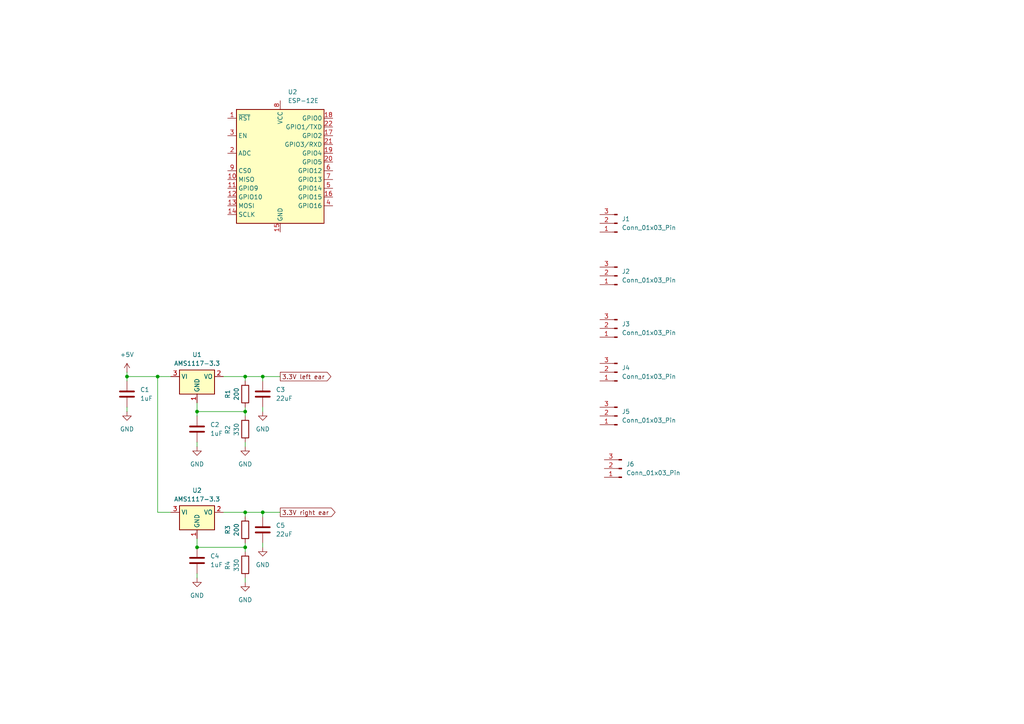
<source format=kicad_sch>
(kicad_sch (version 20231120) (generator "eeschema") (generator_version "8.0")
  (paper "A4")
  (lib_symbols
    (symbol "Connector:Conn_01x03_Pin" (pin_names (offset 1.016) hide)
      (property "Reference" "J" (at 0 5.08 0))
      (property "Value" "Conn_01x03_Pin" (at 0 -5.08 0))
      (symbol "Conn_01x03_Pin_1_1"
        (polyline (pts (xy 1.27 -2.54) (xy 0.8636 -2.54)) (stroke (width 0.1524)))
        (polyline (pts (xy 1.27 0) (xy 0.8636 0)) (stroke (width 0.1524)))
        (polyline (pts (xy 1.27 2.54) (xy 0.8636 2.54)) (stroke (width 0.1524)))
        (rectangle (start 0.8636 -2.413) (end 0 -2.667) (stroke (width 0.1524)) (fill (type outline)))
        (rectangle (start 0.8636 0.127) (end 0 -0.127) (stroke (width 0.1524)) (fill (type outline)))
        (rectangle (start 0.8636 2.667) (end 0 2.413) (stroke (width 0.1524)) (fill (type outline)))
        (pin passive line (at 5.08 2.54 180) (length 3.81) (name "Pin_1") (number "1"))
        (pin passive line (at 5.08 0 180) (length 3.81) (name "Pin_2") (number "2"))
        (pin passive line (at 5.08 -2.54 180) (length 3.81) (name "Pin_3") (number "3"))
      )
    )
    (symbol "Device:C" (pin_numbers hide) (pin_names (offset 0.254))
      (property "Reference" "C" (at 0.635 2.54 0))
      (property "Value" "C" (at 0.635 -2.54 0))
      (symbol "C_0_1"
        (polyline (pts (xy -2.032 -0.762) (xy 2.032 -0.762)) (stroke (width 0.508)))
        (polyline (pts (xy -2.032 0.762) (xy 2.032 0.762)) (stroke (width 0.508)))
      )
      (symbol "C_1_1"
        (pin passive line (at 0 3.81 270) (length 2.794) (name "~") (number "1"))
        (pin passive line (at 0 -3.81 90) (length 2.794) (name "~") (number "2"))
      )
    )
    (symbol "Device:R" (pin_numbers hide) (pin_names (offset 0))
      (property "Reference" "R" (at 2.032 0 90))
      (property "Value" "R" (at 0 0 90))
      (symbol "R_0_1"
        (rectangle (start -1.016 -2.54) (end 1.016 2.54) (stroke (width 0.254)))
      )
      (symbol "R_1_1"
        (pin passive line (at 0 3.81 270) (length 1.27) (name "~") (number "1"))
        (pin passive line (at 0 -3.81 90) (length 1.27) (name "~") (number "2"))
      )
    )
    (symbol "GND_1" (power) (pin_numbers hide) (pin_names (offset 0) hide)
      (property "Value" "GND" (at 0 -3.81 0))
      (symbol "GND_1_0_1"
        (polyline (pts (xy 0 0) (xy 0 -1.27) (xy 1.27 -1.27) (xy 0 -2.54) (xy -1.27 -1.27) (xy 0 -1.27)))
      )
      (symbol "GND_1_1_1"
        (pin power_in line (at 0 0 270) (length 0) (name "~") (number "1"))
      )
    )
    (symbol "GND_2" (power) (pin_numbers hide) (pin_names (offset 0) hide)
      (property "Value" "GND" (at 0 -3.81 0))
      (symbol "GND_2_0_1"
        (polyline (pts (xy 0 0) (xy 0 -1.27) (xy 1.27 -1.27) (xy 0 -2.54) (xy -1.27 -1.27) (xy 0 -1.27)))
      )
      (symbol "GND_2_1_1"
        (pin power_in line (at 0 0 270) (length 0) (name "~") (number "1"))
      )
    )
    (symbol "RF_Module:ESP-12E"
      (property "Reference" "U" (at -12.7 19.05 0))
      (property "Value" "ESP-12E" (at 12.7 19.05 0))
      (symbol "ESP-12E_0_1"
        (rectangle (start -12.7 17.78) (end 12.7 -15.24) (stroke (width 0.254)) (fill (type background)))
      )
      (symbol "ESP-12E_1_1"
        (pin input line (at -15.24 15.24 0) (length 2.54) (name "~{RST}") (number "1"))
        (pin bidirectional line (at -15.24 -2.54 0) (length 2.54) (name "MISO") (number "10"))
        (pin bidirectional line (at -15.24 -5.08 0) (length 2.54) (name "GPIO9") (number "11"))
        (pin bidirectional line (at -15.24 -7.62 0) (length 2.54) (name "GPIO10") (number "12"))
        (pin bidirectional line (at -15.24 -10.16 0) (length 2.54) (name "MOSI") (number "13"))
        (pin bidirectional line (at -15.24 -12.7 0) (length 2.54) (name "SCLK") (number "14"))
        (pin power_in line (at 0 -17.78 90) (length 2.54) (name "GND") (number "15"))
        (pin bidirectional line (at 15.24 -7.62 180) (length 2.54) (name "GPIO15") (number "16"))
        (pin bidirectional line (at 15.24 10.16 180) (length 2.54) (name "GPIO2") (number "17"))
        (pin bidirectional line (at 15.24 15.24 180) (length 2.54) (name "GPIO0") (number "18"))
        (pin bidirectional line (at 15.24 5.08 180) (length 2.54) (name "GPIO4") (number "19"))
        (pin input line (at -15.24 5.08 0) (length 2.54) (name "ADC") (number "2"))
        (pin bidirectional line (at 15.24 2.54 180) (length 2.54) (name "GPIO5") (number "20"))
        (pin bidirectional line (at 15.24 7.62 180) (length 2.54) (name "GPIO3/RXD") (number "21"))
        (pin bidirectional line (at 15.24 12.7 180) (length 2.54) (name "GPIO1/TXD") (number "22"))
        (pin input line (at -15.24 10.16 0) (length 2.54) (name "EN") (number "3"))
        (pin bidirectional line (at 15.24 -10.16 180) (length 2.54) (name "GPIO16") (number "4"))
        (pin bidirectional line (at 15.24 -5.08 180) (length 2.54) (name "GPIO14") (number "5"))
        (pin bidirectional line (at 15.24 0 180) (length 2.54) (name "GPIO12") (number "6"))
        (pin bidirectional line (at 15.24 -2.54 180) (length 2.54) (name "GPIO13") (number "7"))
        (pin power_in line (at 0 20.32 270) (length 2.54) (name "VCC") (number "8"))
        (pin input line (at -15.24 0 0) (length 2.54) (name "CS0") (number "9"))
      )
    )
    (symbol "Regulator_Linear:AMS1117-3.3"
      (property "Reference" "U" (at -3.81 3.175 0))
      (property "Value" "AMS1117-3.3" (at 0 3.175 0))
      (symbol "AMS1117-3.3_0_1"
        (rectangle (start -5.08 -5.08) (end 5.08 1.905) (stroke (width 0.254)) (fill (type background)))
      )
      (symbol "AMS1117-3.3_1_1"
        (pin power_in line (at 0 -7.62 90) (length 2.54) (name "GND") (number "1"))
        (pin power_out line (at 7.62 0 180) (length 2.54) (name "VO") (number "2"))
        (pin power_in line (at -7.62 0 0) (length 2.54) (name "VI") (number "3"))
      )
    )
    (symbol "power:+5V" (power) (pin_numbers hide) (pin_names (offset 0) hide)
      (property "Value" "+5V" (at 0 3.556 0))
      (symbol "+5V_0_1"
        (polyline (pts (xy -0.762 1.27) (xy 0 2.54)))
        (polyline (pts (xy 0 0) (xy 0 2.54)))
        (polyline (pts (xy 0 2.54) (xy 0.762 1.27)))
      )
      (symbol "+5V_1_1"
        (pin power_in line (at 0 0 90) (length 0) (name "~") (number "1"))
      )
    )
    (symbol "power:GND" (power) (pin_names (offset 0))
      (property "Value" "GND" (at 0 -3.81 0))
      (symbol "GND_0_1"
        (polyline (pts (xy 0 0) (xy 0 -1.27) (xy 1.27 -1.27) (xy 0 -2.54) (xy -1.27 -1.27) (xy 0 -1.27)))
      )
      (symbol "GND_1_1"
        (pin power_in line (at 0 0 270) (length 0) hide (name "GND") (number "1"))
      )
    )
  )
  (junction (at 36.83 109.22))
  (junction (at 76.2 109.22))
  (junction (at 71.12 109.22))
  (junction (at 71.12 119.38))
  (junction (at 71.12 158.75))
  (junction (at 76.2 148.59))
  (junction (at 45.72 109.22))
  (junction (at 57.15 158.75))
  (junction (at 71.12 148.59))
  (junction (at 57.15 119.38))
  (wire (pts (xy 71.12 109.22) (xy 71.12 110.49)))
  (wire (pts (xy 76.2 110.49) (xy 76.2 109.22)))
  (wire (pts (xy 57.15 119.38) (xy 71.12 119.38)))
  (wire (pts (xy 71.12 119.38) (xy 71.12 118.11)))
  (wire (pts (xy 45.72 109.22) (xy 45.72 148.59)))
  (wire (pts (xy 45.72 148.59) (xy 49.53 148.59)))
  (wire (pts (xy 36.83 118.11) (xy 36.83 119.38)))
  (wire (pts (xy 57.15 116.84) (xy 57.15 119.38)))
  (wire (pts (xy 57.15 120.65) (xy 57.15 119.38)))
  (wire (pts (xy 57.15 128.27) (xy 57.15 129.54)))
  (wire (pts (xy 64.77 148.59) (xy 71.12 148.59)))
  (wire (pts (xy 45.72 109.22) (xy 49.53 109.22)))
  (wire (pts (xy 36.83 107.95) (xy 36.83 109.22)))
  (wire (pts (xy 76.2 109.22) (xy 81.28 109.22)))
  (wire (pts (xy 76.2 149.86) (xy 76.2 148.59)))
  (wire (pts (xy 71.12 149.86) (xy 71.12 148.59)))
  (wire (pts (xy 36.83 109.22) (xy 36.83 110.49)))
  (wire (pts (xy 71.12 158.75) (xy 71.12 160.02)))
  (wire (pts (xy 76.2 118.11) (xy 76.2 119.38)))
  (wire (pts (xy 71.12 148.59) (xy 76.2 148.59)))
  (wire (pts (xy 76.2 109.22) (xy 71.12 109.22)))
  (wire (pts (xy 57.15 167.64) (xy 57.15 166.37)))
  (wire (pts (xy 71.12 128.27) (xy 71.12 129.54)))
  (wire (pts (xy 36.83 109.22) (xy 45.72 109.22)))
  (wire (pts (xy 76.2 158.75) (xy 76.2 157.48)))
  (wire (pts (xy 76.2 148.59) (xy 81.28 148.59)))
  (wire (pts (xy 57.15 158.75) (xy 57.15 156.21)))
  (wire (pts (xy 71.12 157.48) (xy 71.12 158.75)))
  (wire (pts (xy 71.12 168.91) (xy 71.12 167.64)))
  (wire (pts (xy 57.15 158.75) (xy 71.12 158.75)))
  (wire (pts (xy 71.12 119.38) (xy 71.12 120.65)))
  (wire (pts (xy 64.77 109.22) (xy 71.12 109.22)))
  (global_label "3.3V left ear" (shape output) (at 81.28 109.22 0) (property "Intersheetrefs" "${INTERSHEET_REFS}" (effects (hide yes))))
  (global_label "3.3V right ear" (shape output) (at 81.28 148.59 0) (property "Intersheetrefs" "${INTERSHEET_REFS}" (effects (hide yes))))
  (symbol (lib_name "GND_1") (lib_id "power:GND") (at 36.83 119.38 0) (unit 1)
    (property "Reference" "#PWR02" (effects (hide yes)))
    (property "Value" "GND" (at 36.83 124.46 0))
    (property "Description" "Power symbol creates a global label with name \"GND\" , ground" (effects (hide yes)))
  )
  (symbol (lib_id "power:GND") (at 57.15 129.54 0) (unit 1)
    (property "Reference" "#PWR05" (effects (hide yes)))
    (property "Value" "GND" (at 57.15 134.62 0))
  )
  (symbol (lib_id "Device:R") (at 71.12 153.67 0) (unit 1)
    (property "Reference" "R3" (at 66.04 153.67 90))
    (property "Value" "200" (at 68.58 153.67 90))
  )
  (symbol (lib_id "power:GND") (at 71.12 168.91 0) (unit 1)
    (property "Reference" "#PWR03" (effects (hide yes)))
    (property "Value" "GND" (at 71.12 173.99 0))
  )
  (symbol (lib_id "Device:C") (at 57.15 162.56 0) (unit 1)
    (property "Reference" "C4" (at 60.96 161.2899 0) (effects (justify left)))
    (property "Value" "1uF" (at 60.96 163.8299 0) (effects (justify left)))
  )
  (symbol (lib_id "power:GND") (at 71.12 129.54 0) (unit 1)
    (property "Reference" "#PWR06" (effects (hide yes)))
    (property "Value" "GND" (at 71.12 134.62 0))
  )
  (symbol (lib_id "Connector:Conn_01x03_Pin") (at 179.07 120.65 180) (unit 1)
    (property "Reference" "J5" (at 180.34 119.38 0) (effects (justify right)))
    (property "Value" "Conn_01x03_Pin" (at 180.34 121.92 0) (effects (justify right)))
  )
  (symbol (lib_id "Connector:Conn_01x03_Pin") (at 179.07 95.25 180) (unit 1)
    (property "Reference" "J3" (at 180.34 93.98 0) (effects (justify right)))
    (property "Value" "Conn_01x03_Pin" (at 180.34 96.52 0) (effects (justify right)))
  )
  (symbol (lib_id "Device:C") (at 76.2 153.67 0) (unit 1)
    (property "Reference" "C5" (at 80.01 152.3999 0) (effects (justify left)))
    (property "Value" "22uF" (at 80.01 154.9399 0) (effects (justify left)))
  )
  (symbol (lib_id "Regulator_Linear:AMS1117-3.3") (at 57.15 148.59 0) (unit 1)
    (property "Reference" "U2" (at 57.15 142.24 0))
    (property "Value" "AMS1117-3.3" (at 57.15 144.78 0))
    (property "Footprint" "Package_TO_SOT_SMD:SOT-223-3_TabPin2" (effects (hide yes)))
    (property "Datasheet" "http://www.advanced-monolithic.com/pdf/ds1117.pdf" (effects (hide yes)))
    (property "Description" "1A Low Dropout regulator, positive, 3.3V fixed output, SOT-223" (effects (hide yes)))
  )
  (symbol (lib_name "GND_2") (lib_id "power:GND") (at 76.2 119.38 0) (unit 1)
    (property "Reference" "#PWR07" (effects (hide yes)))
    (property "Value" "GND" (at 76.2 124.46 0))
    (property "Description" "Power symbol creates a global label with name \"GND\" , ground" (effects (hide yes)))
  )
  (symbol (lib_id "power:GND") (at 57.15 167.64 0) (unit 1)
    (property "Reference" "#PWR08" (effects (hide yes)))
    (property "Value" "GND" (at 57.15 172.72 0))
  )
  (symbol (lib_id "Device:R") (at 71.12 163.83 0) (unit 1)
    (property "Reference" "R4" (at 66.04 165.354 90) (effects (justify left)))
    (property "Value" "330" (at 68.58 165.862 90) (effects (justify left)))
  )
  (symbol (lib_id "Regulator_Linear:AMS1117-3.3") (at 57.15 109.22 0) (unit 1)
    (property "Reference" "U1" (at 57.15 102.87 0))
    (property "Value" "AMS1117-3.3" (at 57.15 105.41 0))
    (property "Footprint" "Package_TO_SOT_SMD:SOT-223-3_TabPin2" (effects (hide yes)))
    (property "Datasheet" "http://www.advanced-monolithic.com/pdf/ds1117.pdf" (effects (hide yes)))
    (property "Description" "1A Low Dropout regulator, positive, 3.3V fixed output, SOT-223" (effects (hide yes)))
  )
  (symbol (lib_id "Connector:Conn_01x03_Pin") (at 179.07 64.77 180) (unit 1)
    (property "Reference" "J1" (at 180.34 63.5 0) (effects (justify right)))
    (property "Value" "Conn_01x03_Pin" (at 180.34 66.04 0) (effects (justify right)))
  )
  (symbol (lib_id "Connector:Conn_01x03_Pin") (at 179.07 80.01 180) (unit 1)
    (property "Reference" "J2" (at 180.34 78.74 0) (effects (justify right)))
    (property "Value" "Conn_01x03_Pin" (at 180.34 81.28 0) (effects (justify right)))
  )
  (symbol (lib_id "RF_Module:ESP-12E") (at 81.28 49.53 0) (unit 1)
    (property "Reference" "U2" (at 83.4741 26.67 0) (effects (justify left)))
    (property "Value" "ESP-12E" (at 83.4741 29.21 0) (effects (justify left)))
    (property "Footprint" "RF_Module:ESP-12E" (effects (hide yes)))
    (property "Datasheet" "http://wiki.ai-thinker.com/_media/esp8266/esp8266_series_modules_user_manual_v1.1.pdf" (effects (hide yes)))
  )
  (symbol (lib_id "Device:C") (at 57.15 124.46 0) (unit 1)
    (property "Reference" "C2" (at 60.96 123.1899 0) (effects (justify left)))
    (property "Value" "1uF" (at 60.96 125.7299 0) (effects (justify left)))
  )
  (symbol (lib_id "Connector:Conn_01x03_Pin") (at 179.07 107.95 180) (unit 1)
    (property "Reference" "J4" (at 180.34 106.68 0) (effects (justify right)))
    (property "Value" "Conn_01x03_Pin" (at 180.34 109.22 0) (effects (justify right)))
  )
  (symbol (lib_id "Device:C") (at 36.83 114.3 0) (unit 1)
    (property "Reference" "C1" (at 40.64 113.0299 0) (effects (justify left)))
    (property "Value" "1uF" (at 40.64 115.5699 0) (effects (justify left)))
  )
  (symbol (lib_id "Device:C") (at 76.2 114.3 0) (unit 1)
    (property "Reference" "C3" (at 80.01 113.0299 0) (effects (justify left)))
    (property "Value" "22uF" (at 80.01 115.5699 0) (effects (justify left)))
  )
  (symbol (lib_id "Device:R") (at 71.12 124.46 0) (unit 1)
    (property "Reference" "R2" (at 66.04 125.984 90) (effects (justify left)))
    (property "Value" "330" (at 68.58 126.492 90) (effects (justify left)))
  )
  (symbol (lib_id "Device:R") (at 71.12 114.3 0) (unit 1)
    (property "Reference" "R1" (at 66.04 114.3 90))
    (property "Value" "200" (at 68.58 114.3 90))
  )
  (symbol (lib_id "Connector:Conn_01x03_Pin") (at 180.34 135.89 180) (unit 1)
    (property "Reference" "J6" (at 181.61 134.62 0) (effects (justify right)))
    (property "Value" "Conn_01x03_Pin" (at 181.61 137.16 0) (effects (justify right)))
  )
  (symbol (lib_name "GND_2") (lib_id "power:GND") (at 76.2 158.75 0) (unit 1)
    (property "Reference" "#PWR04" (effects (hide yes)))
    (property "Value" "GND" (at 76.2 163.83 0))
    (property "Description" "Power symbol creates a global label with name \"GND\" , ground" (effects (hide yes)))
  )
  (symbol (lib_id "power:+5V") (at 36.83 107.95 0) (unit 1)
    (property "Reference" "#PWR01" (effects (hide yes)))
    (property "Value" "+5V" (at 36.83 102.87 0))
    (property "Description" "Power symbol creates a global label with name \"+5V\"" (effects (hide yes)))
  )
)
</source>
